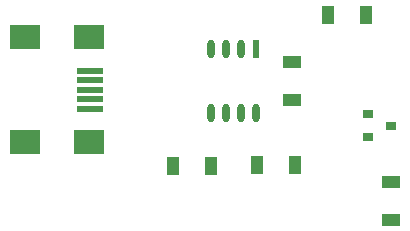
<source format=gtp>
G04*
G04 #@! TF.GenerationSoftware,Altium Limited,Altium Designer,23.6.0 (18)*
G04*
G04 Layer_Color=8421504*
%FSLAX44Y44*%
%MOMM*%
G71*
G04*
G04 #@! TF.SameCoordinates,BDD1234D-291B-4935-850E-A0033F3BDFF5*
G04*
G04*
G04 #@! TF.FilePolarity,Positive*
G04*
G01*
G75*
%ADD12R,1.0000X1.6000*%
%ADD13R,0.9000X0.8000*%
%ADD14R,1.6000X1.0000*%
%ADD15R,2.5000X2.0000*%
%ADD16R,2.2500X0.5000*%
%ADD17O,0.6000X1.5500*%
%ADD18R,0.6000X1.5500*%
D12*
X247000Y-159000D02*
D03*
X215000D02*
D03*
X275340Y-31750D02*
D03*
X307340D02*
D03*
X176000Y-160000D02*
D03*
X144000D02*
D03*
D13*
X308770Y-116230D02*
D03*
Y-135230D02*
D03*
X328770Y-125730D02*
D03*
D14*
X245110Y-103630D02*
D03*
Y-71630D02*
D03*
X328930Y-205230D02*
D03*
Y-173230D02*
D03*
D15*
X18280Y-139900D02*
D03*
X72780D02*
D03*
X18280Y-50900D02*
D03*
X72780D02*
D03*
D16*
X74030Y-79400D02*
D03*
Y-87400D02*
D03*
Y-95400D02*
D03*
Y-103400D02*
D03*
Y-111400D02*
D03*
D17*
X175993Y-114960D02*
D03*
X188692D02*
D03*
X201392D02*
D03*
X214093D02*
D03*
X175993Y-60960D02*
D03*
X188692D02*
D03*
X201392D02*
D03*
D18*
X214093D02*
D03*
M02*

</source>
